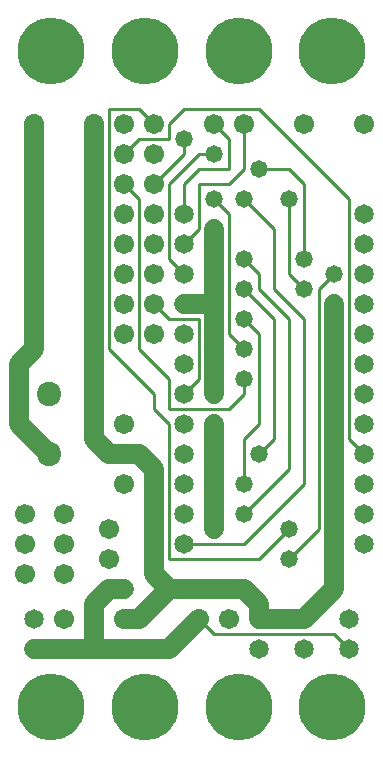
<source format=gbl>
%MOIN*%
%FSLAX25Y25*%
G04 D10 used for Character Trace; *
G04     Circle (OD=.01000) (No hole)*
G04 D11 used for Power Trace; *
G04     Circle (OD=.06700) (No hole)*
G04 D12 used for Signal Trace; *
G04     Circle (OD=.01100) (No hole)*
G04 D13 used for Via; *
G04     Circle (OD=.05800) (Round. Hole ID=.02800)*
G04 D14 used for Component hole; *
G04     Circle (OD=.06500) (Round. Hole ID=.03500)*
G04 D15 used for Component hole; *
G04     Circle (OD=.06700) (Round. Hole ID=.04300)*
G04 D16 used for Component hole; *
G04     Circle (OD=.08100) (Round. Hole ID=.05100)*
G04 D17 used for Component hole; *
G04     Circle (OD=.08900) (Round. Hole ID=.05900)*
G04 D18 used for Component hole; *
G04     Circle (OD=.11300) (Round. Hole ID=.08300)*
G04 D19 used for Component hole; *
G04     Circle (OD=.16000) (Round. Hole ID=.13000)*
G04 D20 used for Component hole; *
G04     Circle (OD=.18300) (Round. Hole ID=.15300)*
G04 D21 used for Component hole; *
G04     Circle (OD=.22291) (Round. Hole ID=.19291)*
%ADD10C,.01000*%
%ADD11C,.06700*%
%ADD12C,.01100*%
%ADD13C,.05800*%
%ADD14C,.06500*%
%ADD15C,.06700*%
%ADD16C,.08100*%
%ADD17C,.08900*%
%ADD18C,.11300*%
%ADD19C,.16000*%
%ADD20C,.18300*%
%ADD21C,.22291*%
%IPPOS*%
%LPD*%
G90*X0Y0D02*D21*X15625Y15625D03*D15*              
X30000Y35000D03*D11*X10000D01*D14*D03*D15*        
X20000Y45000D03*D14*X10000D03*D11*X30000Y35000D02*
X55000D01*D14*D03*D11*X65000Y45000D01*D15*D03*D12*
X70000Y40000D01*X110000D01*X115000Y35000D01*D14*  
D03*Y45000D03*X100000D03*D11*X85000D01*D14*D03*   
D11*Y50000D01*X80000Y55000D01*X55000D01*D14*D03*  
D11*X45000Y45000D01*X40000D01*D15*D03*D11*        
X30000Y35000D02*Y50000D01*X35000Y55000D01*        
X40000D01*D13*D03*D11*X55000D02*X50000Y60000D01*  
Y95000D01*X45000Y100000D01*X35000D01*             
X30000Y105000D01*Y140000D01*D15*D03*D11*          
Y150000D01*D15*D03*D11*Y160000D01*D15*D03*D11*    
Y170000D01*D15*D03*D11*Y180000D01*D15*D03*D11*    
Y190000D01*D15*D03*D11*Y200000D01*D15*D03*D11*    
Y210000D01*D15*D03*D12*X35000Y135000D02*          
Y215000D01*X50000Y120000D02*X35000Y135000D01*     
X50000Y115000D02*Y120000D01*X55000Y110000D02*     
X50000Y115000D01*X55000Y65000D02*Y110000D01*      
Y65000D02*X85000D01*X95000Y75000D01*D13*D03*D12*  
Y65000D02*X105000Y75000D01*D13*X95000Y65000D03*   
D12*X105000Y75000D02*Y155000D01*X110000Y160000D01*
D13*D03*D14*X120000Y150000D03*Y170000D03*D13*     
X100000Y165000D03*D12*Y190000D01*X95000Y195000D01*
X85000D01*D13*D03*D12*X75000Y190000D02*           
X80000Y195000D01*X65000Y190000D02*X75000D01*      
X65000Y175000D02*Y190000D01*X60000Y170000D02*     
X65000Y175000D01*D14*X60000Y170000D03*D12*        
Y160000D02*X55000Y165000D01*D14*X60000Y160000D03* 
D12*X55000Y165000D02*Y190000D01*X65000Y200000D01* 
X70000D01*D13*D03*D12*X65000Y195000D02*X75000D01* 
X60000Y190000D02*X65000Y195000D01*                
X60000Y180000D02*Y190000D01*D14*Y180000D03*D15*   
X50000Y190000D03*D12*X60000Y200000D01*Y205000D01* 
D13*D03*D12*X55000D02*Y210000D01*X45000Y205000D02*
X55000D01*X40000Y200000D02*X45000Y205000D01*D15*  
X40000Y200000D03*X50000Y210000D03*D12*            
X45000Y215000D01*X35000D01*D15*X40000Y210000D03*  
X50000Y200000D03*D21*X15625Y234375D03*X46875D03*  
D12*X55000Y210000D02*X60000Y215000D01*X85000D01*  
X115000Y185000D01*Y105000D01*X120000Y100000D01*   
D14*D03*Y110000D03*Y90000D03*Y120000D03*Y80000D03*
D12*X80000Y70000D02*X100000Y90000D01*             
X60000Y70000D02*X80000D01*D14*X60000D03*Y80000D03*
D13*X70000Y75000D03*D11*Y110000D01*D13*D03*D12*   
X55000Y115000D02*X75000D01*X55000D02*Y125000D01*  
X45000Y135000D01*Y185000D01*X40000Y190000D01*D15* 
D03*X50000Y180000D03*X40000D03*Y170000D03*        
X50000D03*X10000Y160000D03*D11*Y150000D01*D15*D03*
D11*Y140000D01*D15*D03*D11*Y135000D01*            
X5000Y130000D01*Y110000D01*X15000Y100000D01*D16*  
D03*D15*X7000Y80000D03*D16*X15000Y120000D03*D15*  
X20000Y80000D03*X40000Y90000D03*Y110000D03*       
X35000Y75000D03*X7000Y70000D03*X20000D03*         
X35000Y65000D03*X50000Y140000D03*X40000D03*       
X7000Y60000D03*X20000D03*D12*X55000Y145000D02*    
X65000D01*Y125000D01*X60000Y120000D01*D14*D03*D13*
X70000D03*D11*Y150000D01*X60000D01*D14*D03*D12*   
X55000Y145000D02*X50000Y150000D01*D15*D03*D14*    
X60000Y140000D03*D15*X40000Y160000D03*X50000D03*  
X40000Y150000D03*D11*X70000D02*Y175000D01*D13*D03*
D12*X75000Y140000D02*Y180000D01*X80000Y135000D02* 
X75000Y140000D01*D13*X80000Y135000D03*D12*        
X85000Y110000D02*Y140000D01*X80000Y105000D02*     
X85000Y110000D01*X80000Y90000D02*Y105000D01*D13*  
Y90000D03*X85000Y100000D03*D12*X90000Y105000D01*  
Y145000D01*X80000Y155000D01*D13*D03*D12*X85000D02*
Y160000D01*X95000Y145000D02*X85000Y155000D01*     
X95000Y95000D02*Y145000D01*X80000Y80000D02*       
X95000Y95000D01*D13*X80000Y80000D03*D14*          
X60000Y100000D03*Y90000D03*D12*X100000D02*        
Y145000D01*X90000Y155000D01*Y175000D01*           
X80000Y185000D01*D13*D03*D12*X75000Y180000D02*    
X70000Y185000D01*D13*D03*D12*X80000Y195000D02*    
Y210000D01*D15*D03*D12*X75000Y195000D02*          
Y205000D01*X70000Y210000D01*D15*D03*D13*          
X95000Y185000D03*D12*Y160000D01*X100000Y155000D01*
D13*D03*X110000Y150000D03*D11*Y55000D01*          
X100000Y45000D01*D14*Y35000D03*X85000D03*         
X120000Y70000D03*D15*X75000Y45000D03*D21*         
X78125Y15625D03*X109375D03*X46875D03*D14*         
X60000Y110000D03*D12*X75000Y115000D02*            
X80000Y120000D01*Y125000D01*D13*D03*D12*          
X85000Y140000D02*X80000Y145000D01*D13*D03*D12*    
X85000Y160000D02*X80000Y165000D01*D13*D03*D14*    
X60000Y130000D03*X120000D03*Y140000D03*Y160000D03*
Y180000D03*D15*Y210000D03*X100000D03*X10000D03*   
D11*Y200000D01*D15*D03*D11*Y190000D01*D15*D03*D11*
Y180000D01*D15*D03*D11*Y170000D01*D15*D03*D11*    
Y160000D01*D21*X78125Y234375D03*X109375D03*M02*   

</source>
